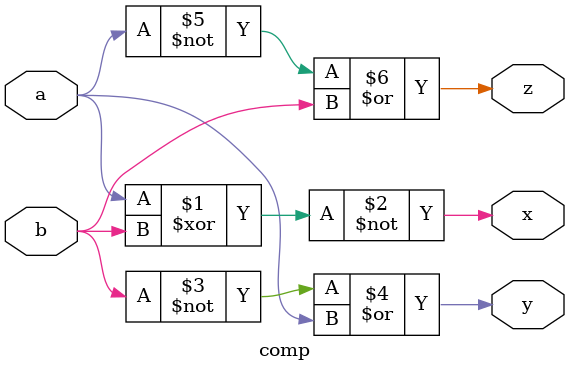
<source format=v>
`timescale 1ns / 1ps
module comparator(input a,b, output x,y,z);
comp comp(a,b,x,y,z);
endmodule

module comp(input a,b, output x,y,z);
assign x=~(a^b);
assign y=~(b)|a;
assign z=~(a)|b;
endmodule

</source>
